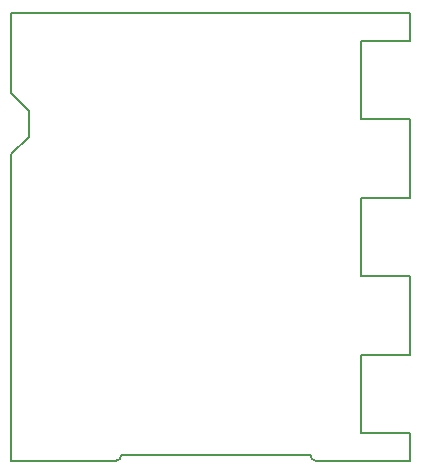
<source format=gbr>
%TF.GenerationSoftware,KiCad,Pcbnew,(6.99.0-1793-ga56955443f)*%
%TF.CreationDate,2022-09-01T09:47:35+01:00*%
%TF.ProjectId,Watchy-MrT-ESP32-S3-V1,57617463-6879-42d4-9d72-542d45535033,rev?*%
%TF.SameCoordinates,Original*%
%TF.FileFunction,Profile,NP*%
%FSLAX46Y46*%
G04 Gerber Fmt 4.6, Leading zero omitted, Abs format (unit mm)*
G04 Created by KiCad (PCBNEW (6.99.0-1793-ga56955443f)) date 2022-09-01 09:47:35*
%MOMM*%
%LPD*%
G01*
G04 APERTURE LIST*
%TA.AperFunction,Profile*%
%ADD10C,0.150000*%
%TD*%
%TA.AperFunction,Profile*%
%ADD11C,0.160000*%
%TD*%
G04 APERTURE END LIST*
D10*
X139150000Y-77570000D02*
X143350000Y-77570000D01*
X109550000Y-93250000D02*
X113450000Y-93250000D01*
X143350000Y-93250000D02*
X143350000Y-90850000D01*
X139150000Y-84250000D02*
X143350000Y-84250000D01*
X111050000Y-63600000D02*
X111050000Y-65800000D01*
D11*
X109550000Y-55290000D02*
X109550000Y-62100000D01*
D10*
X134900000Y-92750000D02*
G75*
G03*
X135400000Y-93250000I500000J0D01*
G01*
X118400000Y-93250000D02*
G75*
G03*
X118900000Y-92750000I0J500000D01*
G01*
X139150000Y-57690000D02*
X139150000Y-64290000D01*
X143350000Y-70970000D02*
X139150000Y-70970000D01*
X139450000Y-93250000D02*
X135400000Y-93250000D01*
X113450000Y-93250000D02*
X118400000Y-93250000D01*
X109550000Y-93250000D02*
X109550000Y-67300000D01*
X143350000Y-77570000D02*
X143350000Y-84250000D01*
X143350000Y-55290000D02*
X143350000Y-57690000D01*
X139150000Y-64290000D02*
X143350000Y-64290000D01*
X143350000Y-64290000D02*
X143350000Y-70970000D01*
X139450000Y-55290000D02*
X143350000Y-55290000D01*
X118900000Y-92750000D02*
X134900000Y-92750000D01*
X139150000Y-90850000D02*
X139150000Y-84250000D01*
X139450000Y-55290000D02*
X113450000Y-55290000D01*
X143350000Y-57690000D02*
X139150000Y-57690000D01*
X109550000Y-67300000D02*
X111050000Y-65800000D01*
X139450000Y-93250000D02*
X143350000Y-93250000D01*
X109550000Y-62100000D02*
X111050000Y-63600000D01*
X143350000Y-90850000D02*
X139150000Y-90850000D01*
X139150000Y-70970000D02*
X139150000Y-77570000D01*
X109550000Y-55290000D02*
X113450000Y-55290000D01*
M02*

</source>
